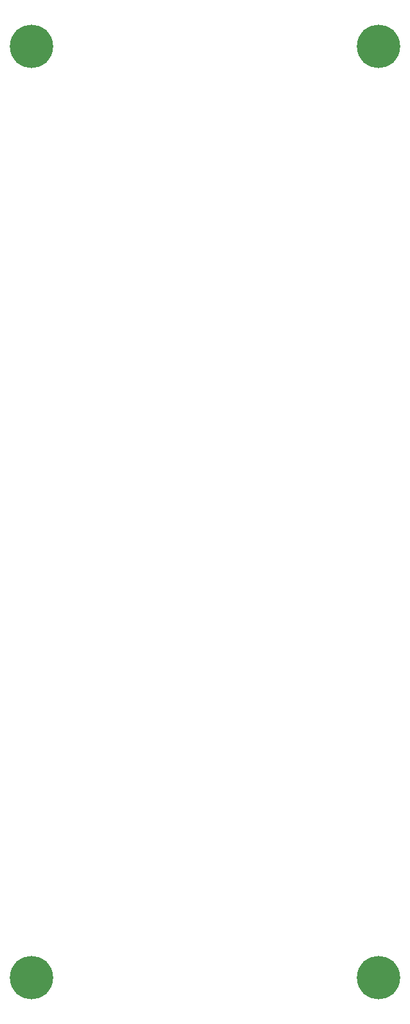
<source format=gbs>
G04 #@! TF.GenerationSoftware,KiCad,Pcbnew,5.1.10-88a1d61d58~88~ubuntu20.04.1*
G04 #@! TF.CreationDate,2021-06-12T13:15:57-04:00*
G04 #@! TF.ProjectId,front_panel,66726f6e-745f-4706-916e-656c2e6b6963,0*
G04 #@! TF.SameCoordinates,Original*
G04 #@! TF.FileFunction,Soldermask,Bot*
G04 #@! TF.FilePolarity,Negative*
%FSLAX46Y46*%
G04 Gerber Fmt 4.6, Leading zero omitted, Abs format (unit mm)*
G04 Created by KiCad (PCBNEW 5.1.10-88a1d61d58~88~ubuntu20.04.1) date 2021-06-12 13:15:57*
%MOMM*%
%LPD*%
G01*
G04 APERTURE LIST*
%ADD10C,5.700000*%
G04 APERTURE END LIST*
D10*
X53220000Y-125500000D03*
X53220000Y-3000000D03*
X7500000Y-125500000D03*
X7500000Y-3000000D03*
M02*

</source>
